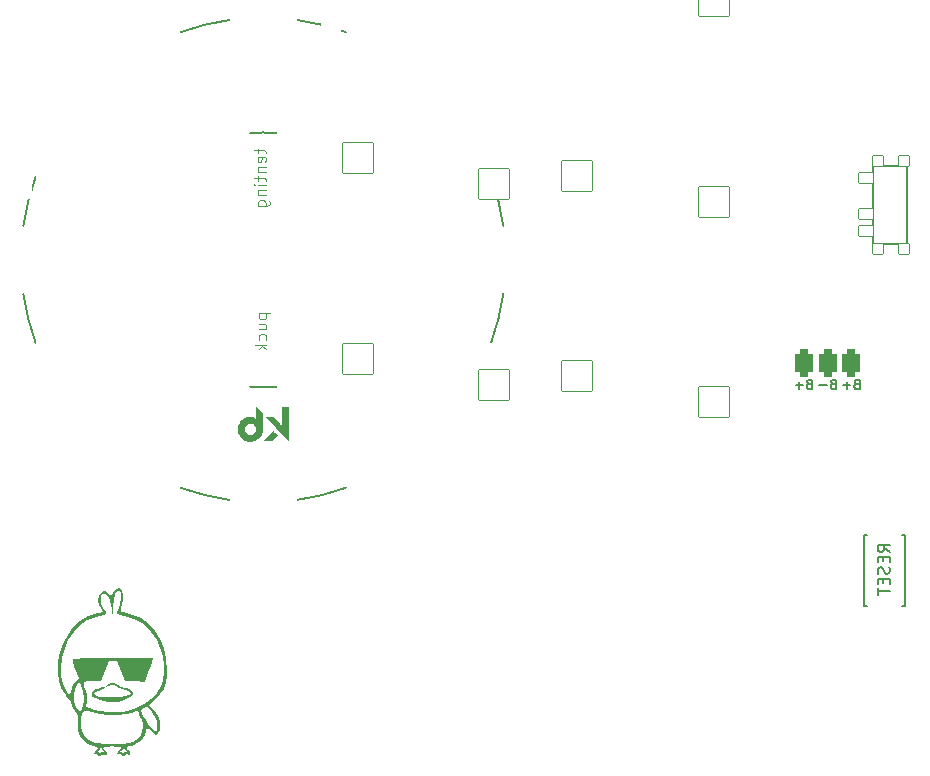
<source format=gbo>
%TF.GenerationSoftware,KiCad,Pcbnew,(6.0.4)*%
%TF.CreationDate,2022-05-26T06:06:50+02:00*%
%TF.ProjectId,batta,62617474-612e-46b6-9963-61645f706362,v1.0.0*%
%TF.SameCoordinates,Original*%
%TF.FileFunction,Legend,Bot*%
%TF.FilePolarity,Positive*%
%FSLAX46Y46*%
G04 Gerber Fmt 4.6, Leading zero omitted, Abs format (unit mm)*
G04 Created by KiCad (PCBNEW (6.0.4)) date 2022-05-26 06:06:50*
%MOMM*%
%LPD*%
G01*
G04 APERTURE LIST*
G04 Aperture macros list*
%AMRoundRect*
0 Rectangle with rounded corners*
0 $1 Rounding radius*
0 $2 $3 $4 $5 $6 $7 $8 $9 X,Y pos of 4 corners*
0 Add a 4 corners polygon primitive as box body*
4,1,4,$2,$3,$4,$5,$6,$7,$8,$9,$2,$3,0*
0 Add four circle primitives for the rounded corners*
1,1,$1+$1,$2,$3*
1,1,$1+$1,$4,$5*
1,1,$1+$1,$6,$7*
1,1,$1+$1,$8,$9*
0 Add four rect primitives between the rounded corners*
20,1,$1+$1,$2,$3,$4,$5,0*
20,1,$1+$1,$4,$5,$6,$7,0*
20,1,$1+$1,$6,$7,$8,$9,0*
20,1,$1+$1,$8,$9,$2,$3,0*%
%AMFreePoly0*
4,1,16,0.635355,0.285355,0.650000,0.250000,0.650000,-1.000000,0.635355,-1.035355,0.600000,-1.050000,0.564645,-1.035355,0.000000,-0.470710,-0.564645,-1.035355,-0.600000,-1.050000,-0.635355,-1.035355,-0.650000,-1.000000,-0.650000,0.250000,-0.635355,0.285355,-0.600000,0.300000,0.600000,0.300000,0.635355,0.285355,0.635355,0.285355,$1*%
%AMFreePoly1*
4,1,14,0.035355,0.435355,0.635355,-0.164645,0.650000,-0.200000,0.650000,-0.400000,0.635355,-0.435355,0.600000,-0.450000,-0.600000,-0.450000,-0.635355,-0.435355,-0.650000,-0.400000,-0.650000,-0.200000,-0.635355,-0.164645,-0.035355,0.435355,0.000000,0.450000,0.035355,0.435355,0.035355,0.435355,$1*%
G04 Aperture macros list end*
%ADD10C,0.150000*%
%ADD11C,0.100000*%
%ADD12C,0.010000*%
%ADD13C,0.200000*%
%ADD14RoundRect,0.375000X-0.375000X-0.750000X0.375000X-0.750000X0.375000X0.750000X-0.375000X0.750000X0*%
%ADD15C,0.250000*%
%ADD16RoundRect,0.050000X-0.863113X-1.623279X1.623279X-0.863113X0.863113X1.623279X-1.623279X0.863113X0*%
%ADD17C,2.132000*%
%ADD18C,3.100000*%
%ADD19C,3.529000*%
%ADD20C,1.801800*%
%ADD21FreePoly0,90.000000*%
%ADD22FreePoly0,270.000000*%
%ADD23FreePoly1,270.000000*%
%ADD24C,1.700000*%
%ADD25FreePoly1,90.000000*%
%ADD26RoundRect,0.050000X-1.300000X-1.300000X1.300000X-1.300000X1.300000X1.300000X-1.300000X1.300000X0*%
%ADD27RoundRect,0.050000X-1.054507X-1.505993X1.505993X-1.054507X1.054507X1.505993X-1.505993X1.054507X0*%
%ADD28RoundRect,0.050000X-1.181751X-1.408356X1.408356X-1.181751X1.181751X1.408356X-1.408356X1.181751X0*%
%ADD29RoundRect,0.050000X-1.387517X-1.206150X1.206150X-1.387517X1.387517X1.206150X-1.206150X1.387517X0*%
%ADD30RoundRect,0.050000X-1.652413X-0.805936X0.805936X-1.652413X1.652413X0.805936X-0.805936X1.652413X0*%
%ADD31RoundRect,0.425000X-0.375000X-0.750000X0.375000X-0.750000X0.375000X0.750000X-0.375000X0.750000X0*%
%ADD32C,2.100000*%
%ADD33RoundRect,0.050000X-0.450000X0.450000X-0.450000X-0.450000X0.450000X-0.450000X0.450000X0.450000X0*%
%ADD34C,1.100000*%
%ADD35RoundRect,0.050000X-0.625000X0.450000X-0.625000X-0.450000X0.625000X-0.450000X0.625000X0.450000X0*%
%ADD36C,4.500000*%
G04 APERTURE END LIST*
D10*
%TO.C,*%
%TO.C,PAD1*%
X152362095Y76489142D02*
X152247809Y76451047D01*
X152209714Y76412952D01*
X152171619Y76336761D01*
X152171619Y76222476D01*
X152209714Y76146285D01*
X152247809Y76108190D01*
X152324000Y76070095D01*
X152628761Y76070095D01*
X152628761Y76870095D01*
X152362095Y76870095D01*
X152285904Y76832000D01*
X152247809Y76793904D01*
X152209714Y76717714D01*
X152209714Y76641523D01*
X152247809Y76565333D01*
X152285904Y76527238D01*
X152362095Y76489142D01*
X152628761Y76489142D01*
X151828761Y76374857D02*
X151219238Y76374857D01*
X150362095Y76489142D02*
X150247809Y76451047D01*
X150209714Y76412952D01*
X150171619Y76336761D01*
X150171619Y76222476D01*
X150209714Y76146285D01*
X150247809Y76108190D01*
X150324000Y76070095D01*
X150628761Y76070095D01*
X150628761Y76870095D01*
X150362095Y76870095D01*
X150285904Y76832000D01*
X150247809Y76793904D01*
X150209714Y76717714D01*
X150209714Y76641523D01*
X150247809Y76565333D01*
X150285904Y76527238D01*
X150362095Y76489142D01*
X150628761Y76489142D01*
X149828761Y76374857D02*
X149219238Y76374857D01*
X149524000Y76070095D02*
X149524000Y76679619D01*
X154362095Y76489142D02*
X154247809Y76451047D01*
X154209714Y76412952D01*
X154171619Y76336761D01*
X154171619Y76222476D01*
X154209714Y76146285D01*
X154247809Y76108190D01*
X154324000Y76070095D01*
X154628761Y76070095D01*
X154628761Y76870095D01*
X154362095Y76870095D01*
X154285904Y76832000D01*
X154247809Y76793904D01*
X154209714Y76717714D01*
X154209714Y76641523D01*
X154247809Y76565333D01*
X154285904Y76527238D01*
X154362095Y76489142D01*
X154628761Y76489142D01*
X153828761Y76374857D02*
X153219238Y76374857D01*
X153524000Y76070095D02*
X153524000Y76679619D01*
%TO.C,B1*%
X157170380Y62285380D02*
X156694190Y62618714D01*
X157170380Y62856809D02*
X156170380Y62856809D01*
X156170380Y62475857D01*
X156218000Y62380619D01*
X156265619Y62333000D01*
X156360857Y62285380D01*
X156503714Y62285380D01*
X156598952Y62333000D01*
X156646571Y62380619D01*
X156694190Y62475857D01*
X156694190Y62856809D01*
X156646571Y61856809D02*
X156646571Y61523476D01*
X157170380Y61380619D02*
X157170380Y61856809D01*
X156170380Y61856809D01*
X156170380Y61380619D01*
X157122761Y60999666D02*
X157170380Y60856809D01*
X157170380Y60618714D01*
X157122761Y60523476D01*
X157075142Y60475857D01*
X156979904Y60428238D01*
X156884666Y60428238D01*
X156789428Y60475857D01*
X156741809Y60523476D01*
X156694190Y60618714D01*
X156646571Y60809190D01*
X156598952Y60904428D01*
X156551333Y60952047D01*
X156456095Y60999666D01*
X156360857Y60999666D01*
X156265619Y60952047D01*
X156218000Y60904428D01*
X156170380Y60809190D01*
X156170380Y60571095D01*
X156218000Y60428238D01*
X156646571Y59999666D02*
X156646571Y59666333D01*
X157170380Y59523476D02*
X157170380Y59999666D01*
X156170380Y59999666D01*
X156170380Y59523476D01*
X156170380Y59237761D02*
X156170380Y58666333D01*
X157170380Y58952047D02*
X156170380Y58952047D01*
D11*
%TO.C,REF\u002A\u002A*%
X103735214Y82462500D02*
X104735214Y82462500D01*
X103782833Y82462500D02*
X103735214Y82367261D01*
X103735214Y82176785D01*
X103782833Y82081547D01*
X103830452Y82033928D01*
X103925690Y81986309D01*
X104211404Y81986309D01*
X104306642Y82033928D01*
X104354261Y82081547D01*
X104401880Y82176785D01*
X104401880Y82367261D01*
X104354261Y82462500D01*
X103735214Y81129166D02*
X104401880Y81129166D01*
X103735214Y81557738D02*
X104259023Y81557738D01*
X104354261Y81510119D01*
X104401880Y81414880D01*
X104401880Y81272023D01*
X104354261Y81176785D01*
X104306642Y81129166D01*
X104354261Y80224404D02*
X104401880Y80319642D01*
X104401880Y80510119D01*
X104354261Y80605357D01*
X104306642Y80652976D01*
X104211404Y80700595D01*
X103925690Y80700595D01*
X103830452Y80652976D01*
X103782833Y80605357D01*
X103735214Y80510119D01*
X103735214Y80319642D01*
X103782833Y80224404D01*
X104401880Y79795833D02*
X103401880Y79795833D01*
X104020928Y79700595D02*
X104401880Y79414880D01*
X103735214Y79414880D02*
X104116166Y79795833D01*
X103671714Y96416500D02*
X103671714Y96035547D01*
X103338380Y96273642D02*
X104195523Y96273642D01*
X104290761Y96226023D01*
X104338380Y96130785D01*
X104338380Y96035547D01*
X104290761Y95321261D02*
X104338380Y95416500D01*
X104338380Y95606976D01*
X104290761Y95702214D01*
X104195523Y95749833D01*
X103814571Y95749833D01*
X103719333Y95702214D01*
X103671714Y95606976D01*
X103671714Y95416500D01*
X103719333Y95321261D01*
X103814571Y95273642D01*
X103909809Y95273642D01*
X104005047Y95749833D01*
X103671714Y94845071D02*
X104338380Y94845071D01*
X103766952Y94845071D02*
X103719333Y94797452D01*
X103671714Y94702214D01*
X103671714Y94559357D01*
X103719333Y94464119D01*
X103814571Y94416500D01*
X104338380Y94416500D01*
X103671714Y94083166D02*
X103671714Y93702214D01*
X103338380Y93940309D02*
X104195523Y93940309D01*
X104290761Y93892690D01*
X104338380Y93797452D01*
X104338380Y93702214D01*
X104338380Y93368880D02*
X103671714Y93368880D01*
X103338380Y93368880D02*
X103386000Y93416500D01*
X103433619Y93368880D01*
X103386000Y93321261D01*
X103338380Y93368880D01*
X103433619Y93368880D01*
X103671714Y92892690D02*
X104338380Y92892690D01*
X103766952Y92892690D02*
X103719333Y92845071D01*
X103671714Y92749833D01*
X103671714Y92606976D01*
X103719333Y92511738D01*
X103814571Y92464119D01*
X104338380Y92464119D01*
X103671714Y91559357D02*
X104481238Y91559357D01*
X104576476Y91606976D01*
X104624095Y91654595D01*
X104671714Y91749833D01*
X104671714Y91892690D01*
X104624095Y91987928D01*
X104290761Y91559357D02*
X104338380Y91654595D01*
X104338380Y91845071D01*
X104290761Y91940309D01*
X104243142Y91987928D01*
X104147904Y92035547D01*
X103862190Y92035547D01*
X103766952Y91987928D01*
X103719333Y91940309D01*
X103671714Y91845071D01*
X103671714Y91654595D01*
X103719333Y91559357D01*
D10*
%TO.C,B1*%
X158468000Y57706000D02*
X158218000Y57706000D01*
X158468000Y63706000D02*
X158468000Y57706000D01*
X154968000Y63706000D02*
X155218000Y63706000D01*
X155218000Y57706000D02*
X154968000Y57706000D01*
X154968000Y57706000D02*
X154968000Y63706000D01*
X158218000Y63706000D02*
X158468000Y63706000D01*
%TO.C,T2*%
X158619000Y89708000D02*
X158619000Y93608000D01*
X155769000Y88358000D02*
X158619000Y88358000D01*
X158619000Y94958000D02*
X155769000Y94958000D01*
X155769000Y94958000D02*
X155769000Y88358000D01*
X158619000Y91658000D02*
X158619000Y94958000D01*
X158619000Y91658000D02*
X158619000Y88358000D01*
%TO.C,REF\u002A\u002A*%
G36*
X104927184Y72478331D02*
G01*
X104939413Y72468283D01*
X104964895Y72444663D01*
X105001042Y72409950D01*
X105045266Y72366625D01*
X105094979Y72317170D01*
X105256014Y72155826D01*
X105222132Y72118011D01*
X105218955Y72114519D01*
X105197087Y72091310D01*
X105162741Y72055564D01*
X105118925Y72010384D01*
X105068642Y71958871D01*
X105014900Y71904128D01*
X104841550Y71728059D01*
X104221536Y71728059D01*
X104249837Y71761694D01*
X104252130Y71764385D01*
X104272798Y71787614D01*
X104305556Y71823454D01*
X104348416Y71869799D01*
X104399388Y71924542D01*
X104456484Y71985577D01*
X104517714Y72050796D01*
X104581089Y72118094D01*
X104644622Y72185364D01*
X104706321Y72250499D01*
X104764200Y72311393D01*
X104816267Y72365939D01*
X104860536Y72412031D01*
X104895015Y72447562D01*
X104917718Y72470425D01*
X104926653Y72478514D01*
X104927184Y72478331D01*
G37*
D12*
X104927184Y72478331D02*
X104939413Y72468283D01*
X104964895Y72444663D01*
X105001042Y72409950D01*
X105045266Y72366625D01*
X105094979Y72317170D01*
X105256014Y72155826D01*
X105222132Y72118011D01*
X105218955Y72114519D01*
X105197087Y72091310D01*
X105162741Y72055564D01*
X105118925Y72010384D01*
X105068642Y71958871D01*
X105014900Y71904128D01*
X104841550Y71728059D01*
X104221536Y71728059D01*
X104249837Y71761694D01*
X104252130Y71764385D01*
X104272798Y71787614D01*
X104305556Y71823454D01*
X104348416Y71869799D01*
X104399388Y71924542D01*
X104456484Y71985577D01*
X104517714Y72050796D01*
X104581089Y72118094D01*
X104644622Y72185364D01*
X104706321Y72250499D01*
X104764200Y72311393D01*
X104816267Y72365939D01*
X104860536Y72412031D01*
X104895015Y72447562D01*
X104917718Y72470425D01*
X104926653Y72478514D01*
X104927184Y72478331D01*
G36*
X106220952Y71768644D02*
G01*
X106130108Y71860920D01*
X106116327Y71874916D01*
X106084466Y71907269D01*
X106038519Y71953923D01*
X105979703Y72013641D01*
X105909236Y72085186D01*
X105828337Y72167323D01*
X105738222Y72258816D01*
X105640110Y72358427D01*
X105535218Y72464920D01*
X105424764Y72577060D01*
X105309965Y72693609D01*
X105192040Y72813332D01*
X104344816Y73673469D01*
X104633184Y73676562D01*
X104921552Y73679656D01*
X105724498Y72876956D01*
X105724498Y74510514D01*
X106220952Y74510514D01*
X106220952Y71768644D01*
G37*
X106220952Y71768644D02*
X106130108Y71860920D01*
X106116327Y71874916D01*
X106084466Y71907269D01*
X106038519Y71953923D01*
X105979703Y72013641D01*
X105909236Y72085186D01*
X105828337Y72167323D01*
X105738222Y72258816D01*
X105640110Y72358427D01*
X105535218Y72464920D01*
X105424764Y72577060D01*
X105309965Y72693609D01*
X105192040Y72813332D01*
X104344816Y73673469D01*
X104633184Y73676562D01*
X104921552Y73679656D01*
X105724498Y72876956D01*
X105724498Y74510514D01*
X106220952Y74510514D01*
X106220952Y71768644D01*
G36*
X104017717Y72564636D02*
G01*
X104015104Y72536241D01*
X104006235Y72489791D01*
X103968682Y72362631D01*
X103913516Y72236768D01*
X103843824Y72118586D01*
X103762693Y72014466D01*
X103754299Y72005300D01*
X103645987Y71904974D01*
X103523567Y71820977D01*
X103390394Y71754998D01*
X103249826Y71708723D01*
X103105218Y71683842D01*
X103004972Y71679359D01*
X102856551Y71690758D01*
X102713132Y71723011D01*
X102576896Y71775034D01*
X102450021Y71845748D01*
X102334688Y71934070D01*
X102233075Y72038919D01*
X102147363Y72159212D01*
X102090108Y72266131D01*
X102036963Y72405367D01*
X102005607Y72549931D01*
X101999103Y72646295D01*
X102494342Y72646295D01*
X102494624Y72641005D01*
X102498942Y72585702D01*
X102506299Y72543410D01*
X102518944Y72504802D01*
X102539125Y72460556D01*
X102560613Y72422229D01*
X102602098Y72363435D01*
X102650155Y72307979D01*
X102699478Y72261785D01*
X102744764Y72230781D01*
X102760931Y72223005D01*
X102801836Y72205645D01*
X102844833Y72189559D01*
X102917660Y72170271D01*
X103021361Y72161750D01*
X103122902Y72174544D01*
X103219688Y72207676D01*
X103309120Y72260169D01*
X103388601Y72331046D01*
X103455535Y72419329D01*
X103484189Y72473474D01*
X103514621Y72567493D01*
X103525193Y72665042D01*
X103516887Y72762990D01*
X103490685Y72858203D01*
X103447572Y72947550D01*
X103388529Y73027896D01*
X103314539Y73096110D01*
X103226587Y73149059D01*
X103212584Y73155345D01*
X103114238Y73185970D01*
X103012886Y73196152D01*
X102911982Y73186832D01*
X102814983Y73158954D01*
X102725347Y73113458D01*
X102646530Y73051288D01*
X102581988Y72973384D01*
X102564218Y72944855D01*
X102520566Y72851432D01*
X102497710Y72753540D01*
X102494342Y72646295D01*
X101999103Y72646295D01*
X101995316Y72702409D01*
X101998877Y72792079D01*
X102021558Y72942358D01*
X102064310Y73084327D01*
X102126120Y73216312D01*
X102205978Y73336637D01*
X102302872Y73443626D01*
X102415792Y73535606D01*
X102543725Y73610899D01*
X102613576Y73643538D01*
X102688714Y73672755D01*
X102760366Y73692247D01*
X102836849Y73704184D01*
X102926484Y73710736D01*
X102944296Y73711404D01*
X103083497Y73704966D01*
X103213880Y73677290D01*
X103336096Y73628186D01*
X103450793Y73557464D01*
X103474927Y73540262D01*
X103499773Y73523919D01*
X103512204Y73517605D01*
X103513112Y73521635D01*
X103514561Y73545442D01*
X103515888Y73588565D01*
X103517057Y73648640D01*
X103518033Y73723302D01*
X103518783Y73810188D01*
X103519272Y73906933D01*
X103519464Y74011173D01*
X103519612Y74504741D01*
X104027316Y73994715D01*
X104027229Y73303001D01*
X104027226Y73291265D01*
X104026965Y73140791D01*
X104026301Y73003519D01*
X104025257Y72880863D01*
X104023854Y72774234D01*
X104022115Y72685045D01*
X104021531Y72665042D01*
X104020062Y72614708D01*
X104017717Y72564636D01*
G37*
X104017717Y72564636D02*
X104015104Y72536241D01*
X104006235Y72489791D01*
X103968682Y72362631D01*
X103913516Y72236768D01*
X103843824Y72118586D01*
X103762693Y72014466D01*
X103754299Y72005300D01*
X103645987Y71904974D01*
X103523567Y71820977D01*
X103390394Y71754998D01*
X103249826Y71708723D01*
X103105218Y71683842D01*
X103004972Y71679359D01*
X102856551Y71690758D01*
X102713132Y71723011D01*
X102576896Y71775034D01*
X102450021Y71845748D01*
X102334688Y71934070D01*
X102233075Y72038919D01*
X102147363Y72159212D01*
X102090108Y72266131D01*
X102036963Y72405367D01*
X102005607Y72549931D01*
X101999103Y72646295D01*
X102494342Y72646295D01*
X102494624Y72641005D01*
X102498942Y72585702D01*
X102506299Y72543410D01*
X102518944Y72504802D01*
X102539125Y72460556D01*
X102560613Y72422229D01*
X102602098Y72363435D01*
X102650155Y72307979D01*
X102699478Y72261785D01*
X102744764Y72230781D01*
X102760931Y72223005D01*
X102801836Y72205645D01*
X102844833Y72189559D01*
X102917660Y72170271D01*
X103021361Y72161750D01*
X103122902Y72174544D01*
X103219688Y72207676D01*
X103309120Y72260169D01*
X103388601Y72331046D01*
X103455535Y72419329D01*
X103484189Y72473474D01*
X103514621Y72567493D01*
X103525193Y72665042D01*
X103516887Y72762990D01*
X103490685Y72858203D01*
X103447572Y72947550D01*
X103388529Y73027896D01*
X103314539Y73096110D01*
X103226587Y73149059D01*
X103212584Y73155345D01*
X103114238Y73185970D01*
X103012886Y73196152D01*
X102911982Y73186832D01*
X102814983Y73158954D01*
X102725347Y73113458D01*
X102646530Y73051288D01*
X102581988Y72973384D01*
X102564218Y72944855D01*
X102520566Y72851432D01*
X102497710Y72753540D01*
X102494342Y72646295D01*
X101999103Y72646295D01*
X101995316Y72702409D01*
X101998877Y72792079D01*
X102021558Y72942358D01*
X102064310Y73084327D01*
X102126120Y73216312D01*
X102205978Y73336637D01*
X102302872Y73443626D01*
X102415792Y73535606D01*
X102543725Y73610899D01*
X102613576Y73643538D01*
X102688714Y73672755D01*
X102760366Y73692247D01*
X102836849Y73704184D01*
X102926484Y73710736D01*
X102944296Y73711404D01*
X103083497Y73704966D01*
X103213880Y73677290D01*
X103336096Y73628186D01*
X103450793Y73557464D01*
X103474927Y73540262D01*
X103499773Y73523919D01*
X103512204Y73517605D01*
X103513112Y73521635D01*
X103514561Y73545442D01*
X103515888Y73588565D01*
X103517057Y73648640D01*
X103518033Y73723302D01*
X103518783Y73810188D01*
X103519272Y73906933D01*
X103519464Y74011173D01*
X103519612Y74504741D01*
X104027316Y73994715D01*
X104027229Y73303001D01*
X104027226Y73291265D01*
X104026965Y73140791D01*
X104026301Y73003519D01*
X104025257Y72880863D01*
X104023854Y72774234D01*
X104022115Y72685045D01*
X104021531Y72665042D01*
X104020062Y72614708D01*
X104017717Y72564636D01*
D13*
X111148049Y106281133D02*
G75*
G03*
X106997500Y107315000I-7008049J-19286133D01*
G01*
X124460000Y89852500D02*
G75*
G03*
X123426134Y94003048I-20320000J-2857500D01*
G01*
X97131955Y67708865D02*
G75*
G03*
X101282500Y66675000I7008045J19286135D01*
G01*
X84853865Y94003044D02*
G75*
G03*
X83820000Y89852500I19286255J-7008074D01*
G01*
X103011615Y76259136D02*
G75*
G03*
X104140000Y76200000I1128379J10735785D01*
G01*
X123426134Y79986952D02*
G75*
G03*
X124460000Y84137500I-19286134J7008048D01*
G01*
X104140000Y76199999D02*
G75*
G03*
X105268385Y76259136I0J10794901D01*
G01*
X101282500Y107315001D02*
G75*
G03*
X97131954Y106281135I2857500J-20320001D01*
G01*
X105268385Y97730863D02*
G75*
G03*
X104140000Y97790000I-1128385J-10735763D01*
G01*
X83819999Y84137500D02*
G75*
G03*
X84853865Y79986954I20320001J2857500D01*
G01*
X104140000Y97790000D02*
G75*
G03*
X103011615Y97730864I-6J-10794921D01*
G01*
X106997500Y66675000D02*
G75*
G03*
X111148045Y67708865I-2857506J20320019D01*
G01*
%TO.C,G\u002A\u002A\u002A*%
G36*
X92090151Y49627570D02*
G01*
X91856858Y49563258D01*
X91606747Y49544050D01*
X91270667Y49555225D01*
X90986219Y49576367D01*
X90716312Y49619910D01*
X90580476Y49661218D01*
X91121943Y49661218D01*
X91172212Y49644332D01*
X91355333Y49637727D01*
X91479582Y49640197D01*
X91585956Y49653481D01*
X91545833Y49674419D01*
X91411551Y49688426D01*
X91164833Y49674419D01*
X91121943Y49661218D01*
X90580476Y49661218D01*
X90454058Y49699662D01*
X90336275Y49750486D01*
X91801597Y49750486D01*
X91802908Y49721584D01*
X91912722Y49706018D01*
X91995945Y49719576D01*
X91963875Y49757170D01*
X91914914Y49770698D01*
X91801597Y49750486D01*
X90336275Y49750486D01*
X90147996Y49831729D01*
X89746667Y50032217D01*
X89668282Y50103879D01*
X89592425Y50280900D01*
X89592991Y50288759D01*
X89799283Y50288759D01*
X89857983Y50173540D01*
X90085333Y50063946D01*
X90307118Y50010411D01*
X90683604Y49968327D01*
X91124575Y49954937D01*
X91591166Y49967895D01*
X92044513Y50004850D01*
X92445752Y50063456D01*
X92756017Y50141363D01*
X92936445Y50236223D01*
X92952870Y50257106D01*
X92927648Y50360963D01*
X92745368Y50474542D01*
X92415354Y50591486D01*
X92240003Y50649272D01*
X91952971Y50770367D01*
X91750142Y50888931D01*
X91523133Y51016450D01*
X91238078Y51033650D01*
X90976467Y50886671D01*
X90852165Y50800634D01*
X90595190Y50675590D01*
X90293677Y50565696D01*
X90185675Y50530865D01*
X89908694Y50408302D01*
X89799283Y50288759D01*
X89592991Y50288759D01*
X89600521Y50393243D01*
X89700681Y50507134D01*
X89931092Y50630227D01*
X90037253Y50675334D01*
X90293403Y50762614D01*
X90481004Y50798141D01*
X90508079Y50800318D01*
X90704595Y50871562D01*
X90916560Y51011667D01*
X90965819Y51051487D01*
X91239808Y51197658D01*
X91507205Y51187960D01*
X91805483Y51022867D01*
X91824727Y51009006D01*
X92105319Y50861058D01*
X92401455Y50772737D01*
X92521155Y50750092D01*
X92839092Y50637187D01*
X93054233Y50476210D01*
X93133333Y50289127D01*
X93129109Y50257106D01*
X93128339Y50251266D01*
X93048156Y50134183D01*
X92852697Y49996498D01*
X92519500Y49821081D01*
X92375777Y49751706D01*
X92301849Y49719576D01*
X92149770Y49653481D01*
X92090151Y49627570D01*
G37*
G36*
X95259442Y46905333D02*
G01*
X95080028Y46693667D01*
X94889847Y46914905D01*
X94698073Y47106204D01*
X94483991Y47273234D01*
X94268316Y47410324D01*
X94167046Y47031686D01*
X94089659Y46807333D01*
X93826231Y46382822D01*
X93454214Y46064981D01*
X93000861Y45880708D01*
X92750623Y45812245D01*
X92577737Y45718440D01*
X92565769Y45611711D01*
X92710000Y45485649D01*
X92812742Y45386672D01*
X92838027Y45320075D01*
X92879333Y45211283D01*
X92867101Y45088285D01*
X92797061Y45052079D01*
X92628231Y45125783D01*
X92504914Y45163962D01*
X92424787Y45083450D01*
X92373787Y45001950D01*
X92253044Y44966823D01*
X92151542Y45075644D01*
X92099140Y45135602D01*
X91942532Y45150436D01*
X91859061Y45142079D01*
X91782767Y45206006D01*
X91807863Y45319653D01*
X91976775Y45319653D01*
X92048529Y45326426D01*
X92135489Y45332391D01*
X92230055Y45228474D01*
X92242357Y45187625D01*
X92279397Y45154979D01*
X92330367Y45277285D01*
X92342796Y45313841D01*
X92410581Y45414172D01*
X92510721Y45371053D01*
X92582415Y45325425D01*
X92676964Y45320075D01*
X92665574Y45373346D01*
X92547918Y45462119D01*
X92438257Y45550734D01*
X92364649Y45701812D01*
X92350157Y45792713D01*
X92312119Y45720000D01*
X92237115Y45597619D01*
X92085970Y45436952D01*
X92038370Y45394588D01*
X91976775Y45319653D01*
X91807863Y45319653D01*
X91812613Y45341165D01*
X91948000Y45508333D01*
X92060721Y45628613D01*
X92117333Y45733122D01*
X92098058Y45749097D01*
X91951057Y45777605D01*
X91690892Y45797310D01*
X91355333Y45804667D01*
X90960743Y45795436D01*
X90703987Y45761712D01*
X90593063Y45696462D01*
X90616460Y45592668D01*
X90762667Y45443312D01*
X90872249Y45318914D01*
X90895969Y45259995D01*
X90932000Y45170496D01*
X90876192Y45067763D01*
X90749393Y45049312D01*
X90632536Y45132400D01*
X90574992Y45161809D01*
X90463905Y45068900D01*
X90453052Y45054460D01*
X90347871Y44966615D01*
X90243433Y45021500D01*
X90175286Y45071084D01*
X89983733Y45127333D01*
X89929490Y45133637D01*
X89840726Y45215190D01*
X89861931Y45331615D01*
X90042325Y45331615D01*
X90101196Y45329547D01*
X90187380Y45333538D01*
X90273434Y45228474D01*
X90285393Y45177281D01*
X90322678Y45140838D01*
X90397544Y45250334D01*
X90432231Y45306915D01*
X90518980Y45368307D01*
X90648640Y45295229D01*
X90710894Y45250200D01*
X90725299Y45259995D01*
X90625277Y45383896D01*
X90485462Y45567764D01*
X90399127Y45720000D01*
X90398865Y45720718D01*
X90360071Y45797530D01*
X90346018Y45709160D01*
X90292576Y45580603D01*
X90148833Y45429234D01*
X90129500Y45414616D01*
X90042325Y45331615D01*
X89861931Y45331615D01*
X89865276Y45349982D01*
X90000667Y45485649D01*
X90091006Y45551564D01*
X90161167Y45676732D01*
X90066699Y45776951D01*
X89810167Y45847352D01*
X89797828Y45849377D01*
X89321255Y46011629D01*
X88920784Y46311861D01*
X88631089Y46724285D01*
X88547814Y46918086D01*
X88483345Y47159840D01*
X88453408Y47456258D01*
X88448903Y47864280D01*
X88448860Y47901843D01*
X88669666Y47901843D01*
X88703855Y47378080D01*
X88863259Y46906486D01*
X89135834Y46517674D01*
X89509535Y46242256D01*
X89547740Y46223624D01*
X89736097Y46145150D01*
X89940546Y46090693D01*
X90199395Y46054516D01*
X90550955Y46030884D01*
X91033535Y46014059D01*
X91604697Y46005675D01*
X92223194Y46023676D01*
X92711581Y46080229D01*
X93090819Y46181432D01*
X93381870Y46333383D01*
X93605694Y46542178D01*
X93783254Y46813915D01*
X93884529Y47050475D01*
X93966471Y47430221D01*
X93955436Y47779890D01*
X93848576Y48045717D01*
X93833639Y48066821D01*
X93726099Y48276554D01*
X93636048Y48533628D01*
X93578673Y48712155D01*
X93506930Y48800658D01*
X93404947Y48778602D01*
X93384596Y48769158D01*
X93206335Y48709770D01*
X92924680Y48633483D01*
X92590784Y48554382D01*
X92525628Y48540603D01*
X91826584Y48453659D01*
X91062673Y48450520D01*
X90306225Y48528041D01*
X89629571Y48683080D01*
X89337909Y48766803D01*
X89078710Y48800246D01*
X88912449Y48736468D01*
X88804247Y48558916D01*
X88719226Y48251036D01*
X88669666Y47901843D01*
X88448860Y47901843D01*
X88448570Y48157704D01*
X88433264Y48435229D01*
X88397135Y48592581D01*
X88336186Y48657889D01*
X88292845Y48685392D01*
X88163348Y48841409D01*
X88030098Y49072370D01*
X87926010Y49316190D01*
X87884000Y49510787D01*
X87877492Y49551718D01*
X87786503Y49725426D01*
X87622447Y49916326D01*
X87466162Y50086417D01*
X88083034Y50086417D01*
X88137891Y49530457D01*
X88172798Y49410235D01*
X88293625Y49134049D01*
X88433471Y48938144D01*
X88631612Y48752000D01*
X88784621Y48985520D01*
X88791980Y48997211D01*
X88884587Y49257259D01*
X88932045Y49618011D01*
X88933874Y50020552D01*
X88889593Y50405965D01*
X88798723Y50715333D01*
X88784513Y50746852D01*
X88680312Y50990303D01*
X88606909Y51181000D01*
X88593108Y51218654D01*
X88546548Y51273984D01*
X88475508Y51214714D01*
X88352074Y51023603D01*
X88175494Y50629602D01*
X88083034Y50086417D01*
X87466162Y50086417D01*
X87391662Y50167498D01*
X87046687Y50728695D01*
X86828912Y51387274D01*
X86740310Y52131605D01*
X86751634Y52349453D01*
X87037333Y52349453D01*
X87051598Y51916053D01*
X87132256Y51369611D01*
X87296742Y50893902D01*
X87559358Y50436515D01*
X87771877Y50123765D01*
X87914579Y50637039D01*
X87972624Y50817483D01*
X88120243Y51145386D01*
X88282024Y51375054D01*
X88506766Y51599797D01*
X88227747Y52389373D01*
X88150937Y52612082D01*
X88054480Y52911971D01*
X87995123Y53124433D01*
X87983469Y53213691D01*
X87993327Y53216156D01*
X88129931Y53225891D01*
X88412109Y53237554D01*
X88821589Y53250639D01*
X89340102Y53264643D01*
X89949378Y53279060D01*
X90631145Y53293386D01*
X91367135Y53307118D01*
X92255177Y53321149D01*
X93039608Y53329805D01*
X93668620Y53331980D01*
X94149312Y53327606D01*
X94488786Y53316614D01*
X94694143Y53298938D01*
X94772483Y53274508D01*
X94767050Y53168229D01*
X94709196Y52937387D01*
X94608276Y52617411D01*
X94474266Y52242808D01*
X94119625Y51302404D01*
X93267568Y51326369D01*
X92415512Y51350333D01*
X91721764Y53043667D01*
X91061220Y53043667D01*
X90714393Y52197000D01*
X90367567Y51350333D01*
X89624569Y51325736D01*
X89581125Y51324380D01*
X89251435Y51316045D01*
X89046381Y51294134D01*
X88947795Y51228177D01*
X88937510Y51087705D01*
X88997359Y50842247D01*
X89109173Y50461333D01*
X89177659Y50153477D01*
X89180290Y50020552D01*
X89189460Y49557344D01*
X89136032Y49119020D01*
X89716516Y48933069D01*
X89841603Y48896360D01*
X90369152Y48790313D01*
X90973967Y48726463D01*
X91596441Y48707253D01*
X92176969Y48735128D01*
X92655943Y48812532D01*
X92706688Y48829326D01*
X93811494Y48829326D01*
X93850368Y48650301D01*
X93978490Y48361811D01*
X94168946Y48035634D01*
X94393603Y47719169D01*
X94624329Y47459817D01*
X94656620Y47430221D01*
X94829582Y47271693D01*
X95003381Y47129176D01*
X95095814Y47074667D01*
X95119990Y47087971D01*
X95156983Y47216558D01*
X95164551Y47442068D01*
X95145264Y47715410D01*
X95101694Y47987490D01*
X95036409Y48209213D01*
X94983846Y48317075D01*
X94810897Y48591777D01*
X94605022Y48852562D01*
X94437735Y49031678D01*
X94314785Y49124283D01*
X94204974Y49127257D01*
X94056613Y49060169D01*
X94044045Y49053534D01*
X93879054Y48935990D01*
X93811494Y48829326D01*
X92706688Y48829326D01*
X93345072Y49040600D01*
X94037636Y49392478D01*
X94638727Y49832535D01*
X95123451Y50342255D01*
X95466911Y50903122D01*
X95546050Y51083499D01*
X95632071Y51325438D01*
X95680933Y51568424D01*
X95702355Y51868489D01*
X95706059Y52281667D01*
X95693847Y52699333D01*
X95604551Y53426649D01*
X95415106Y54106223D01*
X95109351Y54806437D01*
X94904161Y55171778D01*
X94429924Y55784119D01*
X93852712Y56266115D01*
X93164860Y56623495D01*
X92358703Y56861985D01*
X92308022Y56872616D01*
X92016096Y56936566D01*
X91804460Y56987479D01*
X91715967Y57015145D01*
X91713630Y57022716D01*
X91739213Y57134187D01*
X91810757Y57327500D01*
X91886846Y57539207D01*
X91984172Y57898858D01*
X92055789Y58267712D01*
X92091429Y58589494D01*
X92080827Y58807926D01*
X92019249Y58938007D01*
X91857400Y59012667D01*
X91828545Y59010770D01*
X91662876Y58905839D01*
X91540976Y58646886D01*
X91465724Y58242946D01*
X91440000Y57703053D01*
X91433060Y57388386D01*
X91411015Y57130475D01*
X91380090Y57000986D01*
X91346732Y57009934D01*
X91317386Y57167336D01*
X91298501Y57483209D01*
X91271962Y57785990D01*
X91168895Y58198090D01*
X91003192Y58513086D01*
X90789296Y58696561D01*
X90696143Y58729953D01*
X90519528Y58709447D01*
X90415656Y58540138D01*
X90381667Y58218676D01*
X90429683Y57882479D01*
X90607334Y57560621D01*
X90744157Y57372524D01*
X90855912Y57157979D01*
X90831634Y57017781D01*
X90660337Y56923552D01*
X90331037Y56846916D01*
X89974894Y56762944D01*
X89250956Y56473262D01*
X88613053Y56048956D01*
X88070423Y55502637D01*
X87632300Y54846916D01*
X87307920Y54094405D01*
X87106519Y53257713D01*
X87037333Y52349453D01*
X86751634Y52349453D01*
X86782854Y52950057D01*
X86958516Y53830998D01*
X87174637Y54484422D01*
X87560594Y55256015D01*
X88051518Y55909912D01*
X88638665Y56436989D01*
X89313291Y56828122D01*
X90066652Y57074187D01*
X90280479Y57121611D01*
X90486705Y57170687D01*
X90576352Y57196777D01*
X90573828Y57217299D01*
X90509179Y57340230D01*
X90385852Y57532889D01*
X90247409Y57795491D01*
X90164290Y58171560D01*
X90207669Y58522480D01*
X90377818Y58804849D01*
X90497321Y58916981D01*
X90644764Y58996560D01*
X90794198Y58957237D01*
X91004308Y58798407D01*
X91258941Y58584147D01*
X91370637Y58816498D01*
X91502017Y59002620D01*
X91709381Y59176116D01*
X91843944Y59243239D01*
X91971315Y59248022D01*
X92111548Y59144903D01*
X92209675Y59005694D01*
X92281521Y58691329D01*
X92265796Y58264949D01*
X92161780Y57746604D01*
X92114589Y57550014D01*
X92078996Y57339930D01*
X92083079Y57240699D01*
X92152549Y57211120D01*
X92349183Y57156755D01*
X92619750Y57096064D01*
X93106798Y56964555D01*
X93818391Y56638224D01*
X94440856Y56178241D01*
X94967025Y55595014D01*
X95389730Y54898953D01*
X95701804Y54100466D01*
X95896078Y53209961D01*
X95962260Y52281667D01*
X95965384Y52237846D01*
X95965914Y51982525D01*
X95959961Y51628150D01*
X95938003Y51369785D01*
X95891675Y51160285D01*
X95812614Y50952507D01*
X95692459Y50699309D01*
X95433312Y50261863D01*
X94956756Y49716888D01*
X94498261Y49297850D01*
X94754885Y49054092D01*
X94995219Y48770123D01*
X95212833Y48378525D01*
X95357385Y47956541D01*
X95419553Y47543879D01*
X95411282Y47442068D01*
X95390013Y47180241D01*
X95259442Y46905333D01*
G37*
%TD*%
D14*
%TO.C,PAD1*%
X151924000Y78232000D03*
X153924000Y78232000D03*
X149924000Y78232000D03*
%TD*%
%LPC*%
%TO.C,*%
G36*
X33528000Y101600000D02*
G01*
X32512000Y101600000D01*
X32512000Y102616000D01*
X33528000Y102616000D01*
X33528000Y101600000D01*
G37*
D11*
X33528000Y101600000D02*
X32512000Y101600000D01*
X32512000Y102616000D01*
X33528000Y102616000D01*
X33528000Y101600000D01*
G36*
X33528000Y116840000D02*
G01*
X32512000Y116840000D01*
X32512000Y117856000D01*
X33528000Y117856000D01*
X33528000Y116840000D01*
G37*
X33528000Y116840000D02*
X32512000Y116840000D01*
X32512000Y117856000D01*
X33528000Y117856000D01*
X33528000Y116840000D01*
G36*
X44704000Y101600000D02*
G01*
X43688000Y101600000D01*
X43688000Y102616000D01*
X44704000Y102616000D01*
X44704000Y101600000D01*
G37*
X44704000Y101600000D02*
X43688000Y101600000D01*
X43688000Y102616000D01*
X44704000Y102616000D01*
X44704000Y101600000D01*
G36*
X33528000Y119380000D02*
G01*
X32512000Y119380000D01*
X32512000Y120396000D01*
X33528000Y120396000D01*
X33528000Y119380000D01*
G37*
X33528000Y119380000D02*
X32512000Y119380000D01*
X32512000Y120396000D01*
X33528000Y120396000D01*
X33528000Y119380000D01*
G36*
X33528000Y111760000D02*
G01*
X32512000Y111760000D01*
X32512000Y112776000D01*
X33528000Y112776000D01*
X33528000Y111760000D01*
G37*
X33528000Y111760000D02*
X32512000Y111760000D01*
X32512000Y112776000D01*
X33528000Y112776000D01*
X33528000Y111760000D01*
G36*
X33528000Y114300000D02*
G01*
X32512000Y114300000D01*
X32512000Y115316000D01*
X33528000Y115316000D01*
X33528000Y114300000D01*
G37*
X33528000Y114300000D02*
X32512000Y114300000D01*
X32512000Y115316000D01*
X33528000Y115316000D01*
X33528000Y114300000D01*
G36*
X44704000Y111760000D02*
G01*
X43688000Y111760000D01*
X43688000Y112776000D01*
X44704000Y112776000D01*
X44704000Y111760000D01*
G37*
X44704000Y111760000D02*
X43688000Y111760000D01*
X43688000Y112776000D01*
X44704000Y112776000D01*
X44704000Y111760000D01*
G36*
X44704000Y116840000D02*
G01*
X43688000Y116840000D01*
X43688000Y117856000D01*
X44704000Y117856000D01*
X44704000Y116840000D01*
G37*
X44704000Y116840000D02*
X43688000Y116840000D01*
X43688000Y117856000D01*
X44704000Y117856000D01*
X44704000Y116840000D01*
G36*
X44704000Y99060000D02*
G01*
X43688000Y99060000D01*
X43688000Y100076000D01*
X44704000Y100076000D01*
X44704000Y99060000D01*
G37*
X44704000Y99060000D02*
X43688000Y99060000D01*
X43688000Y100076000D01*
X44704000Y100076000D01*
X44704000Y99060000D01*
G36*
X44704000Y106680000D02*
G01*
X43688000Y106680000D01*
X43688000Y107696000D01*
X44704000Y107696000D01*
X44704000Y106680000D01*
G37*
X44704000Y106680000D02*
X43688000Y106680000D01*
X43688000Y107696000D01*
X44704000Y107696000D01*
X44704000Y106680000D01*
G36*
X33528000Y109220000D02*
G01*
X32512000Y109220000D01*
X32512000Y110236000D01*
X33528000Y110236000D01*
X33528000Y109220000D01*
G37*
X33528000Y109220000D02*
X32512000Y109220000D01*
X32512000Y110236000D01*
X33528000Y110236000D01*
X33528000Y109220000D01*
G36*
X44704000Y109220000D02*
G01*
X43688000Y109220000D01*
X43688000Y110236000D01*
X44704000Y110236000D01*
X44704000Y109220000D01*
G37*
X44704000Y109220000D02*
X43688000Y109220000D01*
X43688000Y110236000D01*
X44704000Y110236000D01*
X44704000Y109220000D01*
G36*
X33528000Y93980000D02*
G01*
X32512000Y93980000D01*
X32512000Y94996000D01*
X33528000Y94996000D01*
X33528000Y93980000D01*
G37*
X33528000Y93980000D02*
X32512000Y93980000D01*
X32512000Y94996000D01*
X33528000Y94996000D01*
X33528000Y93980000D01*
G36*
X33528000Y99060000D02*
G01*
X32512000Y99060000D01*
X32512000Y100076000D01*
X33528000Y100076000D01*
X33528000Y99060000D01*
G37*
X33528000Y99060000D02*
X32512000Y99060000D01*
X32512000Y100076000D01*
X33528000Y100076000D01*
X33528000Y99060000D01*
G36*
X33528000Y96520000D02*
G01*
X32512000Y96520000D01*
X32512000Y97536000D01*
X33528000Y97536000D01*
X33528000Y96520000D01*
G37*
X33528000Y96520000D02*
X32512000Y96520000D01*
X32512000Y97536000D01*
X33528000Y97536000D01*
X33528000Y96520000D01*
G36*
X33528000Y91440000D02*
G01*
X32512000Y91440000D01*
X32512000Y92456000D01*
X33528000Y92456000D01*
X33528000Y91440000D01*
G37*
X33528000Y91440000D02*
X32512000Y91440000D01*
X32512000Y92456000D01*
X33528000Y92456000D01*
X33528000Y91440000D01*
G36*
X44704000Y96520000D02*
G01*
X43688000Y96520000D01*
X43688000Y97536000D01*
X44704000Y97536000D01*
X44704000Y96520000D01*
G37*
X44704000Y96520000D02*
X43688000Y96520000D01*
X43688000Y97536000D01*
X44704000Y97536000D01*
X44704000Y96520000D01*
G36*
X33528000Y104140000D02*
G01*
X32512000Y104140000D01*
X32512000Y105156000D01*
X33528000Y105156000D01*
X33528000Y104140000D01*
G37*
X33528000Y104140000D02*
X32512000Y104140000D01*
X32512000Y105156000D01*
X33528000Y105156000D01*
X33528000Y104140000D01*
G36*
X44704000Y91440000D02*
G01*
X43688000Y91440000D01*
X43688000Y92456000D01*
X44704000Y92456000D01*
X44704000Y91440000D01*
G37*
X44704000Y91440000D02*
X43688000Y91440000D01*
X43688000Y92456000D01*
X44704000Y92456000D01*
X44704000Y91440000D01*
G36*
X44704000Y114300000D02*
G01*
X43688000Y114300000D01*
X43688000Y115316000D01*
X44704000Y115316000D01*
X44704000Y114300000D01*
G37*
X44704000Y114300000D02*
X43688000Y114300000D01*
X43688000Y115316000D01*
X44704000Y115316000D01*
X44704000Y114300000D01*
G36*
X44704000Y93980000D02*
G01*
X43688000Y93980000D01*
X43688000Y94996000D01*
X44704000Y94996000D01*
X44704000Y93980000D01*
G37*
X44704000Y93980000D02*
X43688000Y93980000D01*
X43688000Y94996000D01*
X44704000Y94996000D01*
X44704000Y93980000D01*
G36*
X44704000Y104140000D02*
G01*
X43688000Y104140000D01*
X43688000Y105156000D01*
X44704000Y105156000D01*
X44704000Y104140000D01*
G37*
X44704000Y104140000D02*
X43688000Y104140000D01*
X43688000Y105156000D01*
X44704000Y105156000D01*
X44704000Y104140000D01*
G36*
X33528000Y106680000D02*
G01*
X32512000Y106680000D01*
X32512000Y107696000D01*
X33528000Y107696000D01*
X33528000Y106680000D01*
G37*
X33528000Y106680000D02*
X32512000Y106680000D01*
X32512000Y107696000D01*
X33528000Y107696000D01*
X33528000Y106680000D01*
G36*
X44704000Y119380000D02*
G01*
X43688000Y119380000D01*
X43688000Y120396000D01*
X44704000Y120396000D01*
X44704000Y119380000D01*
G37*
X44704000Y119380000D02*
X43688000Y119380000D01*
X43688000Y120396000D01*
X44704000Y120396000D01*
X44704000Y119380000D01*
D15*
X37971000Y109728000D02*
G75*
G03*
X37971000Y109728000I-125000J0D01*
G01*
X39495000Y112268000D02*
G75*
G03*
X39495000Y112268000I-125000J0D01*
G01*
X39495000Y97028000D02*
G75*
G03*
X39495000Y97028000I-125000J0D01*
G01*
X37971000Y119888000D02*
G75*
G03*
X37971000Y119888000I-125000J0D01*
G01*
X37971000Y117348000D02*
G75*
G03*
X37971000Y117348000I-125000J0D01*
G01*
X39495000Y119888000D02*
G75*
G03*
X39495000Y119888000I-125000J0D01*
G01*
X37971000Y97028000D02*
G75*
G03*
X37971000Y97028000I-125000J0D01*
G01*
X37971000Y114808000D02*
G75*
G03*
X37971000Y114808000I-125000J0D01*
G01*
X39495000Y104648000D02*
G75*
G03*
X39495000Y104648000I-125000J0D01*
G01*
X37971000Y99568000D02*
G75*
G03*
X37971000Y99568000I-125000J0D01*
G01*
X39495000Y109728000D02*
G75*
G03*
X39495000Y109728000I-125000J0D01*
G01*
X39495000Y117348000D02*
G75*
G03*
X39495000Y117348000I-125000J0D01*
G01*
X37971000Y107188000D02*
G75*
G03*
X37971000Y107188000I-125000J0D01*
G01*
X39495000Y114808000D02*
G75*
G03*
X39495000Y114808000I-125000J0D01*
G01*
X37971000Y91948000D02*
G75*
G03*
X37971000Y91948000I-125000J0D01*
G01*
X39495000Y107188000D02*
G75*
G03*
X39495000Y107188000I-125000J0D01*
G01*
X37971000Y102108000D02*
G75*
G03*
X37971000Y102108000I-125000J0D01*
G01*
X39495000Y102108000D02*
G75*
G03*
X39495000Y102108000I-125000J0D01*
G01*
X39495000Y99568000D02*
G75*
G03*
X39495000Y99568000I-125000J0D01*
G01*
X37971000Y94488000D02*
G75*
G03*
X37971000Y94488000I-125000J0D01*
G01*
X37971000Y112268000D02*
G75*
G03*
X37971000Y112268000I-125000J0D01*
G01*
X39495000Y94488000D02*
G75*
G03*
X39495000Y94488000I-125000J0D01*
G01*
X39495000Y91948000D02*
G75*
G03*
X39495000Y91948000I-125000J0D01*
G01*
X37971000Y104648000D02*
G75*
G03*
X37971000Y104648000I-125000J0D01*
G01*
%TD*%
D16*
%TO.C,S1*%
X45416645Y78927263D03*
D17*
X40324610Y67279547D03*
D16*
X33728106Y77654241D03*
D17*
X44492153Y70749645D03*
X34929106Y67825928D03*
D18*
X42284747Y77969745D03*
X36860005Y78611758D03*
D19*
X38599617Y72921745D03*
D20*
X43859293Y74529789D03*
X33339941Y71313701D03*
D18*
X32721700Y75046028D03*
%TD*%
D21*
%TO.C,*%
X43434000Y119888000D03*
X43434000Y117348000D03*
X43434000Y114808000D03*
X43434000Y112268000D03*
X43434000Y109728000D03*
X43434000Y107188000D03*
X43434000Y104648000D03*
X43434000Y102108000D03*
X43434000Y99568000D03*
X43434000Y97028000D03*
X43434000Y94488000D03*
X43434000Y91948000D03*
D22*
X33782000Y91948000D03*
X33782000Y94488000D03*
X33782000Y97028000D03*
X33782000Y99568000D03*
X33782000Y102108000D03*
X33782000Y104648000D03*
X33782000Y107188000D03*
X33782000Y109728000D03*
X33782000Y112268000D03*
X33782000Y114808000D03*
X33782000Y117348000D03*
X33782000Y119888000D03*
D23*
X32766000Y102108000D03*
D24*
X46228000Y107188000D03*
X30988000Y117348000D03*
D23*
X32766000Y91948000D03*
D24*
X46228000Y109728000D03*
X30988000Y107188000D03*
D25*
X44450000Y104648000D03*
X44450000Y94488000D03*
D24*
X30988000Y91948000D03*
D23*
X32766000Y109728000D03*
D25*
X44450000Y107188000D03*
D24*
X46228000Y114808000D03*
X46228000Y97028000D03*
X46228000Y117348000D03*
D23*
X32766000Y97028000D03*
D24*
X46228000Y119888000D03*
X30988000Y119888000D03*
D25*
X44450000Y117348000D03*
D23*
X32766000Y104648000D03*
D24*
X46228000Y112268000D03*
X30988000Y109728000D03*
X30988000Y114808000D03*
X30988000Y99568000D03*
D25*
X44450000Y99568000D03*
D23*
X32766000Y119888000D03*
D24*
X46228000Y94488000D03*
D23*
X32766000Y107188000D03*
X32766000Y117348000D03*
D25*
X44450000Y114808000D03*
D24*
X30988000Y102108000D03*
X30988000Y94488000D03*
X30988000Y104648000D03*
D23*
X32766000Y112268000D03*
X32766000Y99568000D03*
D24*
X46228000Y102108000D03*
D25*
X44450000Y119888000D03*
X44450000Y97028000D03*
X44450000Y109728000D03*
D24*
X46228000Y104648000D03*
X30988000Y112268000D03*
X30988000Y97028000D03*
X46228000Y91948000D03*
D25*
X44450000Y102108000D03*
D23*
X32766000Y114808000D03*
D25*
X44450000Y91948000D03*
D24*
X46228000Y99568000D03*
D23*
X32766000Y94488000D03*
D25*
X44450000Y112268000D03*
%TD*%
D18*
%TO.C,S27*%
X128985000Y91927999D03*
D20*
X128485000Y88178000D03*
X139485000Y88178000D03*
D19*
X133985000Y88178000D03*
D18*
X133985000Y94128000D03*
X138985000Y91927999D03*
D17*
X128985000Y84378000D03*
X138985000Y84378000D03*
D26*
X130709999Y94128000D03*
D17*
X133985000Y82278000D03*
D26*
X142260000Y91927999D03*
%TD*%
D16*
%TO.C,S5*%
X61480034Y89371715D03*
D17*
X56387999Y77723999D03*
D16*
X49791495Y88098693D03*
D17*
X60555542Y81194097D03*
X50992495Y78270380D03*
D18*
X58348136Y88414197D03*
X52923394Y89056210D03*
D19*
X54663006Y83366197D03*
D20*
X59922682Y84974241D03*
X49403330Y81758153D03*
D18*
X48785089Y85490480D03*
%TD*%
%TO.C,S23*%
X110411087Y110436016D03*
D20*
X109911087Y106686017D03*
X120911087Y106686017D03*
D19*
X115411087Y106686017D03*
D18*
X115411087Y112636017D03*
X120411087Y110436016D03*
D17*
X110411087Y102886017D03*
X120411087Y102886017D03*
D26*
X112136086Y112636017D03*
D17*
X115411087Y100786017D03*
D26*
X123686087Y110436016D03*
%TD*%
D18*
%TO.C,S9*%
X70077238Y91035885D03*
D20*
X70236014Y87256033D03*
X81068900Y89166163D03*
D19*
X75652457Y88211098D03*
D18*
X74619250Y94070704D03*
X79925315Y92772367D03*
D17*
X71388281Y83600588D03*
X81236359Y85337069D03*
D27*
X71394004Y93502006D03*
D17*
X76676981Y82400732D03*
D27*
X83150561Y93341065D03*
%TD*%
D18*
%TO.C,S21*%
X110411087Y93436016D03*
D20*
X109911087Y89686017D03*
X120911087Y89686017D03*
D19*
X115411087Y89686017D03*
D18*
X115411087Y95636017D03*
X120411087Y93436016D03*
D17*
X110411087Y85886017D03*
X120411087Y85886017D03*
D26*
X112136086Y95636017D03*
D17*
X115411087Y83786017D03*
D26*
X123686087Y93436016D03*
%TD*%
D16*
%TO.C,S3*%
X66450353Y73114534D03*
D17*
X61358318Y61466818D03*
D16*
X54761814Y71841512D03*
D17*
X65525861Y64936916D03*
X55962814Y62013199D03*
D18*
X63318455Y72157016D03*
X57893713Y72799029D03*
D19*
X59633325Y67109016D03*
D20*
X64893001Y68717060D03*
X54373649Y65500972D03*
D18*
X53755408Y69233299D03*
%TD*%
%TO.C,S7*%
X73029257Y74294153D03*
D20*
X73188033Y70514301D03*
X84020919Y72424431D03*
D19*
X78604476Y71469366D03*
D18*
X77571269Y77328972D03*
X82877334Y76030635D03*
D17*
X74340300Y66858856D03*
X84188378Y68595337D03*
D27*
X74346023Y76760274D03*
D17*
X79629000Y65659000D03*
D27*
X86102580Y76599333D03*
%TD*%
D18*
%TO.C,S13*%
X91078974Y83478807D03*
D20*
X90907710Y79699500D03*
X101865852Y80658214D03*
D19*
X96386781Y80178857D03*
D18*
X95868204Y86106215D03*
X101040921Y84350365D03*
D17*
X91736999Y75957538D03*
X101698946Y76829096D03*
D28*
X92605666Y85820780D03*
D17*
X96901000Y74301308D03*
D28*
X104303458Y84635800D03*
%TD*%
D18*
%TO.C,S15*%
X89597326Y100414117D03*
D20*
X89426062Y96634810D03*
X100384204Y97593524D03*
D19*
X94905133Y97114167D03*
D18*
X94386556Y103041525D03*
X99559273Y101285675D03*
D17*
X90255351Y92892848D03*
X100217298Y93764406D03*
D28*
X91124018Y102756090D03*
D17*
X95419352Y91236618D03*
D28*
X102821810Y101571110D03*
%TD*%
D18*
%TO.C,S17*%
X88115679Y117349427D03*
D20*
X87944415Y113570120D03*
X98902557Y114528834D03*
D19*
X93423486Y114049477D03*
D18*
X92904909Y119976835D03*
X98077626Y118220985D03*
D17*
X88773704Y109828158D03*
X98735651Y110699716D03*
D28*
X89642371Y119691400D03*
D17*
X93937705Y108171928D03*
D28*
X101340163Y118506420D03*
%TD*%
D18*
%TO.C,S19*%
X110411087Y76436016D03*
D20*
X109911087Y72686017D03*
X120911087Y72686017D03*
D19*
X115411087Y72686017D03*
D18*
X115411087Y78636017D03*
X120411087Y76436016D03*
D17*
X110411087Y68886017D03*
X120411087Y68886017D03*
D26*
X112136086Y78636017D03*
D17*
X115411087Y66786017D03*
D26*
X123686087Y76436016D03*
%TD*%
D18*
%TO.C,S25*%
X128985000Y74927999D03*
D20*
X128485000Y71178000D03*
X139485000Y71178000D03*
D19*
X133985000Y71178000D03*
D18*
X133985000Y77128000D03*
X138985000Y74927999D03*
D17*
X128985000Y67378000D03*
X138985000Y67378000D03*
D26*
X130709999Y77128000D03*
D17*
X133985000Y65278000D03*
D26*
X142260000Y74927999D03*
%TD*%
D18*
%TO.C,S11*%
X67125219Y107777617D03*
D20*
X67283995Y103997765D03*
X78116881Y105907895D03*
D19*
X72700438Y104952830D03*
D18*
X71667231Y110812436D03*
X76973296Y109514099D03*
D17*
X68436262Y100342320D03*
X78284340Y102078801D03*
D27*
X68441985Y110243738D03*
D17*
X73724962Y99142464D03*
D27*
X80198542Y110082797D03*
%TD*%
D18*
%TO.C,S29*%
X128985000Y108927999D03*
D20*
X128485000Y105178000D03*
X139485000Y105178000D03*
D19*
X133985000Y105178000D03*
D18*
X133985000Y111128000D03*
X138985000Y108927999D03*
D17*
X128985000Y101378000D03*
X138985000Y101378000D03*
D26*
X130709999Y111128000D03*
D17*
X133985000Y99278000D03*
D26*
X142260000Y108927999D03*
%TD*%
D18*
%TO.C,S31*%
X123894856Y53738098D03*
D20*
X123134488Y50032112D03*
X134107692Y49264790D03*
D19*
X128621090Y49648451D03*
D18*
X129036141Y55583957D03*
X133870497Y53040533D03*
D17*
X123368195Y46206490D03*
X133343836Y45508925D03*
D29*
X125769118Y55812410D03*
D17*
X128209527Y43762823D03*
D29*
X137137519Y52812080D03*
%TD*%
D18*
%TO.C,S33*%
X144776520Y50821676D03*
D20*
X143082881Y47438767D03*
X153483585Y43857517D03*
D19*
X148283233Y45648142D03*
D18*
X150220364Y51273978D03*
X154231706Y47565995D03*
D17*
X142318481Y43683012D03*
X151773667Y40427331D03*
D30*
X147123789Y52340214D03*
D17*
X146362381Y40069582D03*
D30*
X157328279Y46499759D03*
%TD*%
D31*
%TO.C,PAD1*%
X151924000Y78232000D03*
X153924000Y78232000D03*
X149924000Y78232000D03*
%TD*%
D32*
%TO.C,B1*%
X156718000Y63956000D03*
X156718000Y57456000D03*
%TD*%
D33*
%TO.C,T2*%
X158369000Y87958000D03*
X158369000Y95358000D03*
X156169000Y87958000D03*
X156169000Y95358000D03*
D34*
X157269000Y93158000D03*
X157269000Y90158000D03*
D35*
X155194000Y93908000D03*
X155194000Y90908000D03*
X155194000Y89408000D03*
%TD*%
D36*
%TO.C,REF\u002A\u002A*%
X104140000Y67945000D03*
X104140000Y106045000D03*
X85090000Y86995000D03*
%TD*%
M02*

</source>
